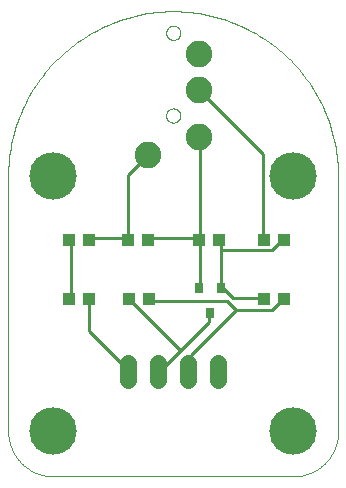
<source format=gtl>
G75*
%MOIN*%
%OFA0B0*%
%FSLAX25Y25*%
%IPPOS*%
%LPD*%
%AMOC8*
5,1,8,0,0,1.08239X$1,22.5*
%
%ADD10R,0.03150X0.03543*%
%ADD11R,0.04331X0.03937*%
%ADD12C,0.08858*%
%ADD13C,0.00000*%
%ADD14C,0.05543*%
%ADD15C,0.15811*%
%ADD16C,0.01000*%
D10*
X0073375Y0081683D03*
X0077115Y0073415D03*
X0080855Y0081683D03*
D11*
X0079950Y0097943D03*
X0073257Y0097943D03*
X0056839Y0078140D03*
X0050146Y0078140D03*
X0036643Y0078258D03*
X0029950Y0078258D03*
X0029950Y0097943D03*
X0036643Y0097943D03*
X0049635Y0097943D03*
X0056328Y0097943D03*
X0094910Y0097943D03*
X0101603Y0097943D03*
X0101603Y0078258D03*
X0094910Y0078258D03*
D12*
X0073454Y0132195D03*
X0073454Y0147943D03*
X0073454Y0159754D03*
X0056524Y0126289D03*
D13*
X0009792Y0119006D02*
X0009792Y0034006D01*
X0009796Y0033644D01*
X0009810Y0033281D01*
X0009831Y0032919D01*
X0009862Y0032558D01*
X0009901Y0032198D01*
X0009949Y0031839D01*
X0010006Y0031481D01*
X0010071Y0031124D01*
X0010145Y0030769D01*
X0010228Y0030416D01*
X0010319Y0030065D01*
X0010418Y0029717D01*
X0010526Y0029371D01*
X0010642Y0029027D01*
X0010767Y0028687D01*
X0010899Y0028350D01*
X0011040Y0028016D01*
X0011189Y0027685D01*
X0011346Y0027358D01*
X0011510Y0027035D01*
X0011682Y0026716D01*
X0011862Y0026402D01*
X0012050Y0026091D01*
X0012245Y0025786D01*
X0012447Y0025485D01*
X0012657Y0025189D01*
X0012873Y0024899D01*
X0013097Y0024613D01*
X0013327Y0024333D01*
X0013564Y0024059D01*
X0013808Y0023791D01*
X0014058Y0023528D01*
X0014314Y0023272D01*
X0014577Y0023022D01*
X0014845Y0022778D01*
X0015119Y0022541D01*
X0015399Y0022311D01*
X0015685Y0022087D01*
X0015975Y0021871D01*
X0016271Y0021661D01*
X0016572Y0021459D01*
X0016877Y0021264D01*
X0017188Y0021076D01*
X0017502Y0020896D01*
X0017821Y0020724D01*
X0018144Y0020560D01*
X0018471Y0020403D01*
X0018802Y0020254D01*
X0019136Y0020113D01*
X0019473Y0019981D01*
X0019813Y0019856D01*
X0020157Y0019740D01*
X0020503Y0019632D01*
X0020851Y0019533D01*
X0021202Y0019442D01*
X0021555Y0019359D01*
X0021910Y0019285D01*
X0022267Y0019220D01*
X0022625Y0019163D01*
X0022984Y0019115D01*
X0023344Y0019076D01*
X0023705Y0019045D01*
X0024067Y0019024D01*
X0024430Y0019010D01*
X0024792Y0019006D01*
X0104792Y0019006D01*
X0105154Y0019010D01*
X0105517Y0019024D01*
X0105879Y0019045D01*
X0106240Y0019076D01*
X0106600Y0019115D01*
X0106959Y0019163D01*
X0107317Y0019220D01*
X0107674Y0019285D01*
X0108029Y0019359D01*
X0108382Y0019442D01*
X0108733Y0019533D01*
X0109081Y0019632D01*
X0109427Y0019740D01*
X0109771Y0019856D01*
X0110111Y0019981D01*
X0110448Y0020113D01*
X0110782Y0020254D01*
X0111113Y0020403D01*
X0111440Y0020560D01*
X0111763Y0020724D01*
X0112082Y0020896D01*
X0112396Y0021076D01*
X0112707Y0021264D01*
X0113012Y0021459D01*
X0113313Y0021661D01*
X0113609Y0021871D01*
X0113899Y0022087D01*
X0114185Y0022311D01*
X0114465Y0022541D01*
X0114739Y0022778D01*
X0115007Y0023022D01*
X0115270Y0023272D01*
X0115526Y0023528D01*
X0115776Y0023791D01*
X0116020Y0024059D01*
X0116257Y0024333D01*
X0116487Y0024613D01*
X0116711Y0024899D01*
X0116927Y0025189D01*
X0117137Y0025485D01*
X0117339Y0025786D01*
X0117534Y0026091D01*
X0117722Y0026402D01*
X0117902Y0026716D01*
X0118074Y0027035D01*
X0118238Y0027358D01*
X0118395Y0027685D01*
X0118544Y0028016D01*
X0118685Y0028350D01*
X0118817Y0028687D01*
X0118942Y0029027D01*
X0119058Y0029371D01*
X0119166Y0029717D01*
X0119265Y0030065D01*
X0119356Y0030416D01*
X0119439Y0030769D01*
X0119513Y0031124D01*
X0119578Y0031481D01*
X0119635Y0031839D01*
X0119683Y0032198D01*
X0119722Y0032558D01*
X0119753Y0032919D01*
X0119774Y0033281D01*
X0119788Y0033644D01*
X0119792Y0034006D01*
X0119792Y0119006D01*
X0119776Y0120345D01*
X0119727Y0121684D01*
X0119645Y0123021D01*
X0119531Y0124355D01*
X0119385Y0125687D01*
X0119206Y0127014D01*
X0118995Y0128337D01*
X0118751Y0129654D01*
X0118476Y0130965D01*
X0118169Y0132268D01*
X0117830Y0133564D01*
X0117460Y0134851D01*
X0117059Y0136129D01*
X0116626Y0137397D01*
X0116163Y0138654D01*
X0115669Y0139899D01*
X0115145Y0141132D01*
X0114592Y0142351D01*
X0114008Y0143557D01*
X0113396Y0144748D01*
X0112755Y0145924D01*
X0112085Y0147084D01*
X0111387Y0148227D01*
X0110662Y0149353D01*
X0109909Y0150461D01*
X0109130Y0151551D01*
X0108324Y0152621D01*
X0107493Y0153671D01*
X0106636Y0154700D01*
X0105754Y0155709D01*
X0104849Y0156695D01*
X0103919Y0157659D01*
X0102966Y0158601D01*
X0101991Y0159519D01*
X0100993Y0160412D01*
X0099974Y0161282D01*
X0098934Y0162126D01*
X0097874Y0162944D01*
X0096794Y0163737D01*
X0095696Y0164503D01*
X0094578Y0165242D01*
X0093444Y0165954D01*
X0092292Y0166637D01*
X0091124Y0167293D01*
X0089940Y0167920D01*
X0088742Y0168518D01*
X0087529Y0169086D01*
X0086303Y0169625D01*
X0085064Y0170134D01*
X0083813Y0170612D01*
X0082550Y0171060D01*
X0081278Y0171477D01*
X0079995Y0171863D01*
X0078703Y0172218D01*
X0077403Y0172541D01*
X0076096Y0172832D01*
X0074782Y0173091D01*
X0073462Y0173318D01*
X0072137Y0173513D01*
X0070807Y0173676D01*
X0069474Y0173806D01*
X0068139Y0173904D01*
X0066801Y0173969D01*
X0065462Y0174002D01*
X0064122Y0174002D01*
X0062783Y0173969D01*
X0061445Y0173904D01*
X0060110Y0173806D01*
X0058777Y0173676D01*
X0057447Y0173513D01*
X0056122Y0173318D01*
X0054802Y0173091D01*
X0053488Y0172832D01*
X0052181Y0172541D01*
X0050881Y0172218D01*
X0049589Y0171863D01*
X0048306Y0171477D01*
X0047034Y0171060D01*
X0045771Y0170612D01*
X0044520Y0170134D01*
X0043281Y0169625D01*
X0042055Y0169086D01*
X0040842Y0168518D01*
X0039644Y0167920D01*
X0038460Y0167293D01*
X0037292Y0166637D01*
X0036140Y0165954D01*
X0035006Y0165242D01*
X0033888Y0164503D01*
X0032790Y0163737D01*
X0031710Y0162944D01*
X0030650Y0162126D01*
X0029610Y0161282D01*
X0028591Y0160412D01*
X0027593Y0159519D01*
X0026618Y0158601D01*
X0025665Y0157659D01*
X0024735Y0156695D01*
X0023830Y0155709D01*
X0022948Y0154700D01*
X0022091Y0153671D01*
X0021260Y0152621D01*
X0020454Y0151551D01*
X0019675Y0150461D01*
X0018922Y0149353D01*
X0018197Y0148227D01*
X0017499Y0147084D01*
X0016829Y0145924D01*
X0016188Y0144748D01*
X0015576Y0143557D01*
X0014992Y0142351D01*
X0014439Y0141132D01*
X0013915Y0139899D01*
X0013421Y0138654D01*
X0012958Y0137397D01*
X0012525Y0136129D01*
X0012124Y0134851D01*
X0011754Y0133564D01*
X0011415Y0132268D01*
X0011108Y0130965D01*
X0010833Y0129654D01*
X0010589Y0128337D01*
X0010378Y0127014D01*
X0010199Y0125687D01*
X0010053Y0124355D01*
X0009939Y0123021D01*
X0009857Y0121684D01*
X0009808Y0120345D01*
X0009792Y0119006D01*
X0062430Y0139281D02*
X0062432Y0139378D01*
X0062438Y0139475D01*
X0062448Y0139571D01*
X0062462Y0139667D01*
X0062480Y0139763D01*
X0062501Y0139857D01*
X0062527Y0139951D01*
X0062556Y0140043D01*
X0062590Y0140134D01*
X0062626Y0140224D01*
X0062667Y0140312D01*
X0062711Y0140398D01*
X0062759Y0140483D01*
X0062810Y0140565D01*
X0062864Y0140646D01*
X0062922Y0140724D01*
X0062983Y0140799D01*
X0063046Y0140872D01*
X0063113Y0140943D01*
X0063183Y0141010D01*
X0063255Y0141075D01*
X0063330Y0141136D01*
X0063408Y0141195D01*
X0063487Y0141250D01*
X0063569Y0141302D01*
X0063653Y0141350D01*
X0063739Y0141395D01*
X0063827Y0141437D01*
X0063916Y0141475D01*
X0064007Y0141509D01*
X0064099Y0141539D01*
X0064192Y0141566D01*
X0064287Y0141588D01*
X0064382Y0141607D01*
X0064478Y0141622D01*
X0064574Y0141633D01*
X0064671Y0141640D01*
X0064768Y0141643D01*
X0064865Y0141642D01*
X0064962Y0141637D01*
X0065058Y0141628D01*
X0065154Y0141615D01*
X0065250Y0141598D01*
X0065345Y0141577D01*
X0065438Y0141553D01*
X0065531Y0141524D01*
X0065623Y0141492D01*
X0065713Y0141456D01*
X0065801Y0141417D01*
X0065888Y0141373D01*
X0065973Y0141327D01*
X0066056Y0141276D01*
X0066137Y0141223D01*
X0066215Y0141166D01*
X0066292Y0141106D01*
X0066365Y0141043D01*
X0066436Y0140977D01*
X0066504Y0140908D01*
X0066570Y0140836D01*
X0066632Y0140762D01*
X0066691Y0140685D01*
X0066747Y0140606D01*
X0066800Y0140524D01*
X0066850Y0140441D01*
X0066895Y0140355D01*
X0066938Y0140268D01*
X0066977Y0140179D01*
X0067012Y0140089D01*
X0067043Y0139997D01*
X0067070Y0139904D01*
X0067094Y0139810D01*
X0067114Y0139715D01*
X0067130Y0139619D01*
X0067142Y0139523D01*
X0067150Y0139426D01*
X0067154Y0139329D01*
X0067154Y0139233D01*
X0067150Y0139136D01*
X0067142Y0139039D01*
X0067130Y0138943D01*
X0067114Y0138847D01*
X0067094Y0138752D01*
X0067070Y0138658D01*
X0067043Y0138565D01*
X0067012Y0138473D01*
X0066977Y0138383D01*
X0066938Y0138294D01*
X0066895Y0138207D01*
X0066850Y0138121D01*
X0066800Y0138038D01*
X0066747Y0137956D01*
X0066691Y0137877D01*
X0066632Y0137800D01*
X0066570Y0137726D01*
X0066504Y0137654D01*
X0066436Y0137585D01*
X0066365Y0137519D01*
X0066292Y0137456D01*
X0066215Y0137396D01*
X0066137Y0137339D01*
X0066056Y0137286D01*
X0065973Y0137235D01*
X0065888Y0137189D01*
X0065801Y0137145D01*
X0065713Y0137106D01*
X0065623Y0137070D01*
X0065531Y0137038D01*
X0065438Y0137009D01*
X0065345Y0136985D01*
X0065250Y0136964D01*
X0065154Y0136947D01*
X0065058Y0136934D01*
X0064962Y0136925D01*
X0064865Y0136920D01*
X0064768Y0136919D01*
X0064671Y0136922D01*
X0064574Y0136929D01*
X0064478Y0136940D01*
X0064382Y0136955D01*
X0064287Y0136974D01*
X0064192Y0136996D01*
X0064099Y0137023D01*
X0064007Y0137053D01*
X0063916Y0137087D01*
X0063827Y0137125D01*
X0063739Y0137167D01*
X0063653Y0137212D01*
X0063569Y0137260D01*
X0063487Y0137312D01*
X0063408Y0137367D01*
X0063330Y0137426D01*
X0063255Y0137487D01*
X0063183Y0137552D01*
X0063113Y0137619D01*
X0063046Y0137690D01*
X0062983Y0137763D01*
X0062922Y0137838D01*
X0062864Y0137916D01*
X0062810Y0137997D01*
X0062759Y0138079D01*
X0062711Y0138164D01*
X0062667Y0138250D01*
X0062626Y0138338D01*
X0062590Y0138428D01*
X0062556Y0138519D01*
X0062527Y0138611D01*
X0062501Y0138705D01*
X0062480Y0138799D01*
X0062462Y0138895D01*
X0062448Y0138991D01*
X0062438Y0139087D01*
X0062432Y0139184D01*
X0062430Y0139281D01*
X0062430Y0166841D02*
X0062432Y0166938D01*
X0062438Y0167035D01*
X0062448Y0167131D01*
X0062462Y0167227D01*
X0062480Y0167323D01*
X0062501Y0167417D01*
X0062527Y0167511D01*
X0062556Y0167603D01*
X0062590Y0167694D01*
X0062626Y0167784D01*
X0062667Y0167872D01*
X0062711Y0167958D01*
X0062759Y0168043D01*
X0062810Y0168125D01*
X0062864Y0168206D01*
X0062922Y0168284D01*
X0062983Y0168359D01*
X0063046Y0168432D01*
X0063113Y0168503D01*
X0063183Y0168570D01*
X0063255Y0168635D01*
X0063330Y0168696D01*
X0063408Y0168755D01*
X0063487Y0168810D01*
X0063569Y0168862D01*
X0063653Y0168910D01*
X0063739Y0168955D01*
X0063827Y0168997D01*
X0063916Y0169035D01*
X0064007Y0169069D01*
X0064099Y0169099D01*
X0064192Y0169126D01*
X0064287Y0169148D01*
X0064382Y0169167D01*
X0064478Y0169182D01*
X0064574Y0169193D01*
X0064671Y0169200D01*
X0064768Y0169203D01*
X0064865Y0169202D01*
X0064962Y0169197D01*
X0065058Y0169188D01*
X0065154Y0169175D01*
X0065250Y0169158D01*
X0065345Y0169137D01*
X0065438Y0169113D01*
X0065531Y0169084D01*
X0065623Y0169052D01*
X0065713Y0169016D01*
X0065801Y0168977D01*
X0065888Y0168933D01*
X0065973Y0168887D01*
X0066056Y0168836D01*
X0066137Y0168783D01*
X0066215Y0168726D01*
X0066292Y0168666D01*
X0066365Y0168603D01*
X0066436Y0168537D01*
X0066504Y0168468D01*
X0066570Y0168396D01*
X0066632Y0168322D01*
X0066691Y0168245D01*
X0066747Y0168166D01*
X0066800Y0168084D01*
X0066850Y0168001D01*
X0066895Y0167915D01*
X0066938Y0167828D01*
X0066977Y0167739D01*
X0067012Y0167649D01*
X0067043Y0167557D01*
X0067070Y0167464D01*
X0067094Y0167370D01*
X0067114Y0167275D01*
X0067130Y0167179D01*
X0067142Y0167083D01*
X0067150Y0166986D01*
X0067154Y0166889D01*
X0067154Y0166793D01*
X0067150Y0166696D01*
X0067142Y0166599D01*
X0067130Y0166503D01*
X0067114Y0166407D01*
X0067094Y0166312D01*
X0067070Y0166218D01*
X0067043Y0166125D01*
X0067012Y0166033D01*
X0066977Y0165943D01*
X0066938Y0165854D01*
X0066895Y0165767D01*
X0066850Y0165681D01*
X0066800Y0165598D01*
X0066747Y0165516D01*
X0066691Y0165437D01*
X0066632Y0165360D01*
X0066570Y0165286D01*
X0066504Y0165214D01*
X0066436Y0165145D01*
X0066365Y0165079D01*
X0066292Y0165016D01*
X0066215Y0164956D01*
X0066137Y0164899D01*
X0066056Y0164846D01*
X0065973Y0164795D01*
X0065888Y0164749D01*
X0065801Y0164705D01*
X0065713Y0164666D01*
X0065623Y0164630D01*
X0065531Y0164598D01*
X0065438Y0164569D01*
X0065345Y0164545D01*
X0065250Y0164524D01*
X0065154Y0164507D01*
X0065058Y0164494D01*
X0064962Y0164485D01*
X0064865Y0164480D01*
X0064768Y0164479D01*
X0064671Y0164482D01*
X0064574Y0164489D01*
X0064478Y0164500D01*
X0064382Y0164515D01*
X0064287Y0164534D01*
X0064192Y0164556D01*
X0064099Y0164583D01*
X0064007Y0164613D01*
X0063916Y0164647D01*
X0063827Y0164685D01*
X0063739Y0164727D01*
X0063653Y0164772D01*
X0063569Y0164820D01*
X0063487Y0164872D01*
X0063408Y0164927D01*
X0063330Y0164986D01*
X0063255Y0165047D01*
X0063183Y0165112D01*
X0063113Y0165179D01*
X0063046Y0165250D01*
X0062983Y0165323D01*
X0062922Y0165398D01*
X0062864Y0165476D01*
X0062810Y0165557D01*
X0062759Y0165639D01*
X0062711Y0165724D01*
X0062667Y0165810D01*
X0062626Y0165898D01*
X0062590Y0165988D01*
X0062556Y0166079D01*
X0062527Y0166171D01*
X0062501Y0166265D01*
X0062480Y0166359D01*
X0062462Y0166455D01*
X0062448Y0166551D01*
X0062438Y0166647D01*
X0062432Y0166744D01*
X0062430Y0166841D01*
D14*
X0059792Y0056778D02*
X0059792Y0051234D01*
X0049792Y0051234D02*
X0049792Y0056778D01*
X0069792Y0056778D02*
X0069792Y0051234D01*
X0079792Y0051234D02*
X0079792Y0056778D01*
D15*
X0104792Y0034006D03*
X0104792Y0119006D03*
X0024792Y0119006D03*
X0024792Y0034006D03*
D16*
X0049706Y0054423D02*
X0036706Y0067423D01*
X0036706Y0077423D01*
X0036643Y0078258D01*
X0030706Y0078423D02*
X0029950Y0078258D01*
X0030706Y0078423D02*
X0030706Y0097423D01*
X0029950Y0097943D01*
X0036643Y0097943D02*
X0036706Y0098423D01*
X0048706Y0098423D01*
X0049635Y0097943D01*
X0049706Y0098423D01*
X0049706Y0119423D01*
X0055706Y0125423D01*
X0056524Y0126289D01*
X0073706Y0131423D02*
X0073706Y0098423D01*
X0073257Y0097943D01*
X0072706Y0098423D01*
X0056706Y0098423D01*
X0056328Y0097943D01*
X0056839Y0078140D02*
X0057706Y0077423D01*
X0082706Y0077423D01*
X0085706Y0074423D01*
X0070706Y0059423D01*
X0070706Y0054423D01*
X0069792Y0054006D01*
X0067706Y0061423D02*
X0066706Y0061423D01*
X0050706Y0077423D01*
X0050146Y0078140D01*
X0049706Y0054423D02*
X0049792Y0054006D01*
X0059792Y0054006D02*
X0060706Y0054423D01*
X0067706Y0061423D01*
X0076706Y0070423D01*
X0076706Y0072423D01*
X0077115Y0073415D01*
X0080855Y0081683D02*
X0081706Y0081423D01*
X0084706Y0078423D01*
X0094706Y0078423D01*
X0094910Y0078258D01*
X0097706Y0074423D02*
X0100706Y0077423D01*
X0101603Y0078258D01*
X0097706Y0074423D02*
X0085706Y0074423D01*
X0080855Y0081683D02*
X0080706Y0082423D01*
X0080706Y0094423D01*
X0097706Y0094423D01*
X0100706Y0097423D01*
X0101603Y0097943D01*
X0094910Y0097943D02*
X0094706Y0098423D01*
X0094706Y0126423D01*
X0073706Y0147423D01*
X0073454Y0147943D01*
X0073257Y0097943D02*
X0073706Y0097423D01*
X0073706Y0082423D01*
X0073375Y0081683D01*
X0080706Y0094423D02*
X0080706Y0097423D01*
X0079950Y0097943D01*
M02*

</source>
